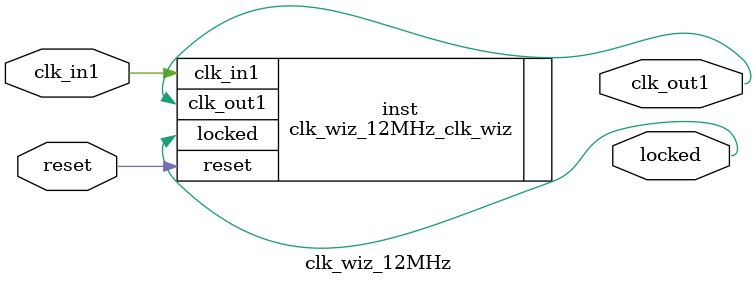
<source format=v>


`timescale 1ps/1ps

(* CORE_GENERATION_INFO = "clk_wiz_12MHz,clk_wiz_v6_0_3_0_0,{component_name=clk_wiz_12MHz,use_phase_alignment=true,use_min_o_jitter=false,use_max_i_jitter=false,use_dyn_phase_shift=false,use_inclk_switchover=false,use_dyn_reconfig=false,enable_axi=0,feedback_source=FDBK_AUTO,PRIMITIVE=MMCM,num_out_clk=1,clkin1_period=10.000,clkin2_period=10.000,use_power_down=false,use_reset=true,use_locked=true,use_inclk_stopped=false,feedback_type=SINGLE,CLOCK_MGR_TYPE=NA,manual_override=false}" *)

module clk_wiz_12MHz 
 (
  // Clock out ports
  output        clk_out1,
  // Status and control signals
  input         reset,
  output        locked,
 // Clock in ports
  input         clk_in1
 );

  clk_wiz_12MHz_clk_wiz inst
  (
  // Clock out ports  
  .clk_out1(clk_out1),
  // Status and control signals               
  .reset(reset), 
  .locked(locked),
 // Clock in ports
  .clk_in1(clk_in1)
  );

endmodule

</source>
